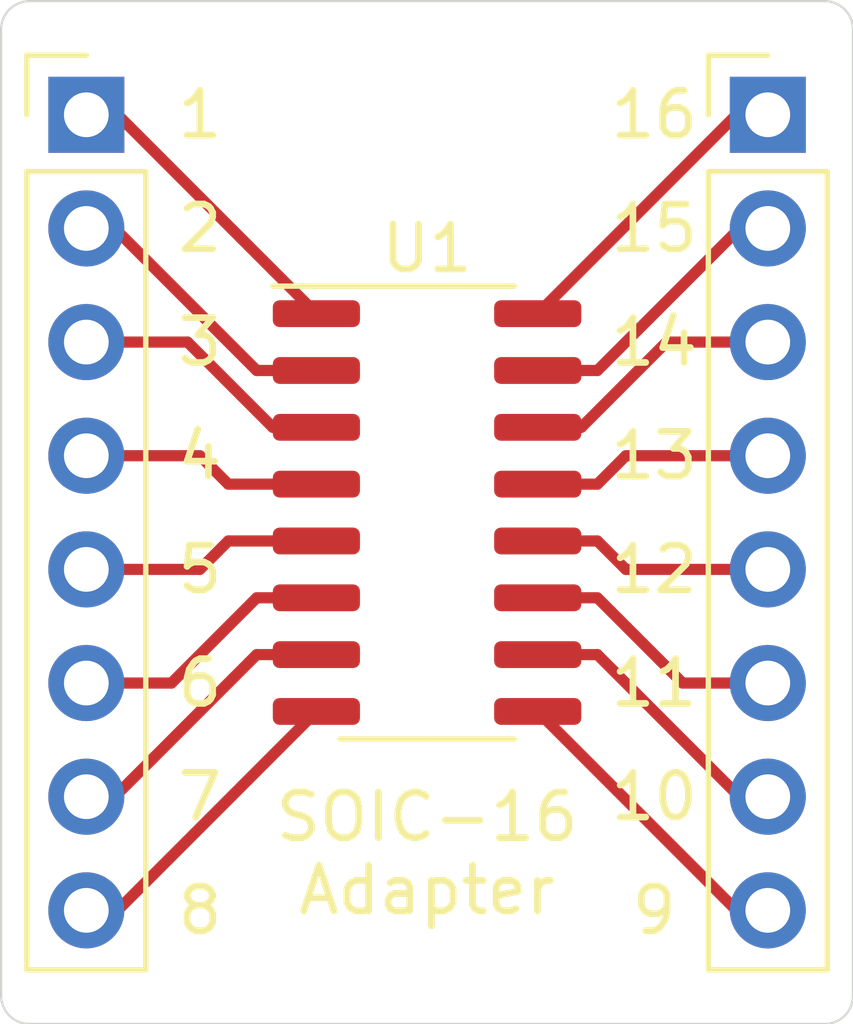
<source format=kicad_pcb>
(kicad_pcb (version 20171130) (host pcbnew "(5.1.9)-1")

  (general
    (thickness 1.6)
    (drawings 25)
    (tracks 45)
    (zones 0)
    (modules 3)
    (nets 17)
  )

  (page A4)
  (layers
    (0 F.Cu signal)
    (31 B.Cu signal)
    (32 B.Adhes user)
    (33 F.Adhes user)
    (34 B.Paste user)
    (35 F.Paste user)
    (36 B.SilkS user)
    (37 F.SilkS user)
    (38 B.Mask user)
    (39 F.Mask user)
    (40 Dwgs.User user)
    (41 Cmts.User user)
    (42 Eco1.User user)
    (43 Eco2.User user)
    (44 Edge.Cuts user)
    (45 Margin user)
    (46 B.CrtYd user)
    (47 F.CrtYd user)
    (48 B.Fab user)
    (49 F.Fab user hide)
  )

  (setup
    (last_trace_width 0.25)
    (trace_clearance 0.2)
    (zone_clearance 0.508)
    (zone_45_only no)
    (trace_min 0.2)
    (via_size 0.8)
    (via_drill 0.4)
    (via_min_size 0.4)
    (via_min_drill 0.3)
    (uvia_size 0.3)
    (uvia_drill 0.1)
    (uvias_allowed no)
    (uvia_min_size 0.2)
    (uvia_min_drill 0.1)
    (edge_width 0.05)
    (segment_width 0.2)
    (pcb_text_width 0.3)
    (pcb_text_size 1.5 1.5)
    (mod_edge_width 0.12)
    (mod_text_size 1 1)
    (mod_text_width 0.15)
    (pad_size 1.524 1.524)
    (pad_drill 0.762)
    (pad_to_mask_clearance 0)
    (aux_axis_origin 0 0)
    (visible_elements 7FFFFFFF)
    (pcbplotparams
      (layerselection 0x010fc_ffffffff)
      (usegerberextensions false)
      (usegerberattributes true)
      (usegerberadvancedattributes true)
      (creategerberjobfile true)
      (excludeedgelayer true)
      (linewidth 0.100000)
      (plotframeref false)
      (viasonmask false)
      (mode 1)
      (useauxorigin false)
      (hpglpennumber 1)
      (hpglpenspeed 20)
      (hpglpendiameter 15.000000)
      (psnegative false)
      (psa4output false)
      (plotreference true)
      (plotvalue true)
      (plotinvisibletext false)
      (padsonsilk false)
      (subtractmaskfromsilk false)
      (outputformat 1)
      (mirror false)
      (drillshape 0)
      (scaleselection 1)
      (outputdirectory "../v1 - Gerber Output/"))
  )

  (net 0 "")
  (net 1 "Net-(J1-Pad8)")
  (net 2 "Net-(J1-Pad7)")
  (net 3 "Net-(J1-Pad6)")
  (net 4 "Net-(J1-Pad5)")
  (net 5 "Net-(J1-Pad4)")
  (net 6 "Net-(J1-Pad3)")
  (net 7 "Net-(J1-Pad2)")
  (net 8 "Net-(J1-Pad1)")
  (net 9 "Net-(J2-Pad8)")
  (net 10 "Net-(J2-Pad7)")
  (net 11 "Net-(J2-Pad6)")
  (net 12 "Net-(J2-Pad5)")
  (net 13 "Net-(J2-Pad4)")
  (net 14 "Net-(J2-Pad3)")
  (net 15 "Net-(J2-Pad2)")
  (net 16 "Net-(J2-Pad1)")

  (net_class Default "This is the default net class."
    (clearance 0.2)
    (trace_width 0.25)
    (via_dia 0.8)
    (via_drill 0.4)
    (uvia_dia 0.3)
    (uvia_drill 0.1)
    (add_net "Net-(J1-Pad1)")
    (add_net "Net-(J1-Pad2)")
    (add_net "Net-(J1-Pad3)")
    (add_net "Net-(J1-Pad4)")
    (add_net "Net-(J1-Pad5)")
    (add_net "Net-(J1-Pad6)")
    (add_net "Net-(J1-Pad7)")
    (add_net "Net-(J1-Pad8)")
    (add_net "Net-(J2-Pad1)")
    (add_net "Net-(J2-Pad2)")
    (add_net "Net-(J2-Pad3)")
    (add_net "Net-(J2-Pad4)")
    (add_net "Net-(J2-Pad5)")
    (add_net "Net-(J2-Pad6)")
    (add_net "Net-(J2-Pad7)")
    (add_net "Net-(J2-Pad8)")
  )

  (module Package_SO:SOIC-16_3.9x9.9mm_P1.27mm (layer F.Cu) (tedit 5D9F72B1) (tstamp 614AFDBA)
    (at 134.62 69.85)
    (descr "SOIC, 16 Pin (JEDEC MS-012AC, https://www.analog.com/media/en/package-pcb-resources/package/pkg_pdf/soic_narrow-r/r_16.pdf), generated with kicad-footprint-generator ipc_gullwing_generator.py")
    (tags "SOIC SO")
    (path /614AACA0)
    (attr smd)
    (fp_text reference U1 (at 0 -5.9) (layer F.SilkS)
      (effects (font (size 1 1) (thickness 0.15)))
    )
    (fp_text value 16-Pin_Chip (at 0 5.9) (layer F.Fab)
      (effects (font (size 1 1) (thickness 0.15)))
    )
    (fp_line (start 3.7 -5.2) (end -3.7 -5.2) (layer F.CrtYd) (width 0.05))
    (fp_line (start 3.7 5.2) (end 3.7 -5.2) (layer F.CrtYd) (width 0.05))
    (fp_line (start -3.7 5.2) (end 3.7 5.2) (layer F.CrtYd) (width 0.05))
    (fp_line (start -3.7 -5.2) (end -3.7 5.2) (layer F.CrtYd) (width 0.05))
    (fp_line (start -1.95 -3.975) (end -0.975 -4.95) (layer F.Fab) (width 0.1))
    (fp_line (start -1.95 4.95) (end -1.95 -3.975) (layer F.Fab) (width 0.1))
    (fp_line (start 1.95 4.95) (end -1.95 4.95) (layer F.Fab) (width 0.1))
    (fp_line (start 1.95 -4.95) (end 1.95 4.95) (layer F.Fab) (width 0.1))
    (fp_line (start -0.975 -4.95) (end 1.95 -4.95) (layer F.Fab) (width 0.1))
    (fp_line (start 0 -5.06) (end -3.45 -5.06) (layer F.SilkS) (width 0.12))
    (fp_line (start 0 -5.06) (end 1.95 -5.06) (layer F.SilkS) (width 0.12))
    (fp_line (start 0 5.06) (end -1.95 5.06) (layer F.SilkS) (width 0.12))
    (fp_line (start 0 5.06) (end 1.95 5.06) (layer F.SilkS) (width 0.12))
    (fp_text user %R (at 0 0) (layer F.Fab)
      (effects (font (size 0.98 0.98) (thickness 0.15)))
    )
    (pad 16 smd roundrect (at 2.475 -4.445) (size 1.95 0.6) (layers F.Cu F.Paste F.Mask) (roundrect_rratio 0.25)
      (net 16 "Net-(J2-Pad1)"))
    (pad 15 smd roundrect (at 2.475 -3.175) (size 1.95 0.6) (layers F.Cu F.Paste F.Mask) (roundrect_rratio 0.25)
      (net 15 "Net-(J2-Pad2)"))
    (pad 14 smd roundrect (at 2.475 -1.905) (size 1.95 0.6) (layers F.Cu F.Paste F.Mask) (roundrect_rratio 0.25)
      (net 14 "Net-(J2-Pad3)"))
    (pad 13 smd roundrect (at 2.475 -0.635) (size 1.95 0.6) (layers F.Cu F.Paste F.Mask) (roundrect_rratio 0.25)
      (net 13 "Net-(J2-Pad4)"))
    (pad 12 smd roundrect (at 2.475 0.635) (size 1.95 0.6) (layers F.Cu F.Paste F.Mask) (roundrect_rratio 0.25)
      (net 12 "Net-(J2-Pad5)"))
    (pad 11 smd roundrect (at 2.475 1.905) (size 1.95 0.6) (layers F.Cu F.Paste F.Mask) (roundrect_rratio 0.25)
      (net 11 "Net-(J2-Pad6)"))
    (pad 10 smd roundrect (at 2.475 3.175) (size 1.95 0.6) (layers F.Cu F.Paste F.Mask) (roundrect_rratio 0.25)
      (net 10 "Net-(J2-Pad7)"))
    (pad 9 smd roundrect (at 2.475 4.445) (size 1.95 0.6) (layers F.Cu F.Paste F.Mask) (roundrect_rratio 0.25)
      (net 9 "Net-(J2-Pad8)"))
    (pad 8 smd roundrect (at -2.475 4.445) (size 1.95 0.6) (layers F.Cu F.Paste F.Mask) (roundrect_rratio 0.25)
      (net 1 "Net-(J1-Pad8)"))
    (pad 7 smd roundrect (at -2.475 3.175) (size 1.95 0.6) (layers F.Cu F.Paste F.Mask) (roundrect_rratio 0.25)
      (net 2 "Net-(J1-Pad7)"))
    (pad 6 smd roundrect (at -2.475 1.905) (size 1.95 0.6) (layers F.Cu F.Paste F.Mask) (roundrect_rratio 0.25)
      (net 3 "Net-(J1-Pad6)"))
    (pad 5 smd roundrect (at -2.475 0.635) (size 1.95 0.6) (layers F.Cu F.Paste F.Mask) (roundrect_rratio 0.25)
      (net 4 "Net-(J1-Pad5)"))
    (pad 4 smd roundrect (at -2.475 -0.635) (size 1.95 0.6) (layers F.Cu F.Paste F.Mask) (roundrect_rratio 0.25)
      (net 5 "Net-(J1-Pad4)"))
    (pad 3 smd roundrect (at -2.475 -1.905) (size 1.95 0.6) (layers F.Cu F.Paste F.Mask) (roundrect_rratio 0.25)
      (net 6 "Net-(J1-Pad3)"))
    (pad 2 smd roundrect (at -2.475 -3.175) (size 1.95 0.6) (layers F.Cu F.Paste F.Mask) (roundrect_rratio 0.25)
      (net 7 "Net-(J1-Pad2)"))
    (pad 1 smd roundrect (at -2.475 -4.445) (size 1.95 0.6) (layers F.Cu F.Paste F.Mask) (roundrect_rratio 0.25)
      (net 8 "Net-(J1-Pad1)"))
    (model ${KISYS3DMOD}/Package_SO.3dshapes/SOIC-16_3.9x9.9mm_P1.27mm.wrl
      (at (xyz 0 0 0))
      (scale (xyz 1 1 1))
      (rotate (xyz 0 0 0))
    )
  )

  (module Connector_PinHeader_2.54mm:PinHeader_1x08_P2.54mm_Vertical (layer F.Cu) (tedit 59FED5CC) (tstamp 614AFC3C)
    (at 142.24 60.96)
    (descr "Through hole straight pin header, 1x08, 2.54mm pitch, single row")
    (tags "Through hole pin header THT 1x08 2.54mm single row")
    (path /614AF375)
    (fp_text reference J2 (at 0 -2.33) (layer F.SilkS) hide
      (effects (font (size 1 1) (thickness 0.15)))
    )
    (fp_text value Conn_01x08 (at 6.985 17.78) (layer F.Fab)
      (effects (font (size 1 1) (thickness 0.15)))
    )
    (fp_line (start 1.8 -1.8) (end -1.8 -1.8) (layer F.CrtYd) (width 0.05))
    (fp_line (start 1.8 19.55) (end 1.8 -1.8) (layer F.CrtYd) (width 0.05))
    (fp_line (start -1.8 19.55) (end 1.8 19.55) (layer F.CrtYd) (width 0.05))
    (fp_line (start -1.8 -1.8) (end -1.8 19.55) (layer F.CrtYd) (width 0.05))
    (fp_line (start -1.33 -1.33) (end 0 -1.33) (layer F.SilkS) (width 0.12))
    (fp_line (start -1.33 0) (end -1.33 -1.33) (layer F.SilkS) (width 0.12))
    (fp_line (start -1.33 1.27) (end 1.33 1.27) (layer F.SilkS) (width 0.12))
    (fp_line (start 1.33 1.27) (end 1.33 19.11) (layer F.SilkS) (width 0.12))
    (fp_line (start -1.33 1.27) (end -1.33 19.11) (layer F.SilkS) (width 0.12))
    (fp_line (start -1.33 19.11) (end 1.33 19.11) (layer F.SilkS) (width 0.12))
    (fp_line (start -1.27 -0.635) (end -0.635 -1.27) (layer F.Fab) (width 0.1))
    (fp_line (start -1.27 19.05) (end -1.27 -0.635) (layer F.Fab) (width 0.1))
    (fp_line (start 1.27 19.05) (end -1.27 19.05) (layer F.Fab) (width 0.1))
    (fp_line (start 1.27 -1.27) (end 1.27 19.05) (layer F.Fab) (width 0.1))
    (fp_line (start -0.635 -1.27) (end 1.27 -1.27) (layer F.Fab) (width 0.1))
    (fp_text user %R (at 0 8.89 90) (layer F.Fab)
      (effects (font (size 1 1) (thickness 0.15)))
    )
    (pad 8 thru_hole oval (at 0 17.78) (size 1.7 1.7) (drill 1) (layers *.Cu *.Mask)
      (net 9 "Net-(J2-Pad8)"))
    (pad 7 thru_hole oval (at 0 15.24) (size 1.7 1.7) (drill 1) (layers *.Cu *.Mask)
      (net 10 "Net-(J2-Pad7)"))
    (pad 6 thru_hole oval (at 0 12.7) (size 1.7 1.7) (drill 1) (layers *.Cu *.Mask)
      (net 11 "Net-(J2-Pad6)"))
    (pad 5 thru_hole oval (at 0 10.16) (size 1.7 1.7) (drill 1) (layers *.Cu *.Mask)
      (net 12 "Net-(J2-Pad5)"))
    (pad 4 thru_hole oval (at 0 7.62) (size 1.7 1.7) (drill 1) (layers *.Cu *.Mask)
      (net 13 "Net-(J2-Pad4)"))
    (pad 3 thru_hole oval (at 0 5.08) (size 1.7 1.7) (drill 1) (layers *.Cu *.Mask)
      (net 14 "Net-(J2-Pad3)"))
    (pad 2 thru_hole oval (at 0 2.54) (size 1.7 1.7) (drill 1) (layers *.Cu *.Mask)
      (net 15 "Net-(J2-Pad2)"))
    (pad 1 thru_hole rect (at 0 0) (size 1.7 1.7) (drill 1) (layers *.Cu *.Mask)
      (net 16 "Net-(J2-Pad1)"))
    (model ${KISYS3DMOD}/Connector_PinHeader_2.54mm.3dshapes/PinHeader_1x08_P2.54mm_Vertical.wrl
      (at (xyz 0 0 0))
      (scale (xyz 1 1 1))
      (rotate (xyz 0 0 0))
    )
  )

  (module Connector_PinHeader_2.54mm:PinHeader_1x08_P2.54mm_Vertical (layer F.Cu) (tedit 59FED5CC) (tstamp 614AFCC4)
    (at 127 60.96)
    (descr "Through hole straight pin header, 1x08, 2.54mm pitch, single row")
    (tags "Through hole pin header THT 1x08 2.54mm single row")
    (path /614AC6A6)
    (fp_text reference J1 (at 0 -2.33) (layer F.SilkS) hide
      (effects (font (size 1 1) (thickness 0.15)))
    )
    (fp_text value Conn_01x08 (at -6.985 17.78) (layer F.Fab)
      (effects (font (size 1 1) (thickness 0.15)))
    )
    (fp_line (start 1.8 -1.8) (end -1.8 -1.8) (layer F.CrtYd) (width 0.05))
    (fp_line (start 1.8 19.55) (end 1.8 -1.8) (layer F.CrtYd) (width 0.05))
    (fp_line (start -1.8 19.55) (end 1.8 19.55) (layer F.CrtYd) (width 0.05))
    (fp_line (start -1.8 -1.8) (end -1.8 19.55) (layer F.CrtYd) (width 0.05))
    (fp_line (start -1.33 -1.33) (end 0 -1.33) (layer F.SilkS) (width 0.12))
    (fp_line (start -1.33 0) (end -1.33 -1.33) (layer F.SilkS) (width 0.12))
    (fp_line (start -1.33 1.27) (end 1.33 1.27) (layer F.SilkS) (width 0.12))
    (fp_line (start 1.33 1.27) (end 1.33 19.11) (layer F.SilkS) (width 0.12))
    (fp_line (start -1.33 1.27) (end -1.33 19.11) (layer F.SilkS) (width 0.12))
    (fp_line (start -1.33 19.11) (end 1.33 19.11) (layer F.SilkS) (width 0.12))
    (fp_line (start -1.27 -0.635) (end -0.635 -1.27) (layer F.Fab) (width 0.1))
    (fp_line (start -1.27 19.05) (end -1.27 -0.635) (layer F.Fab) (width 0.1))
    (fp_line (start 1.27 19.05) (end -1.27 19.05) (layer F.Fab) (width 0.1))
    (fp_line (start 1.27 -1.27) (end 1.27 19.05) (layer F.Fab) (width 0.1))
    (fp_line (start -0.635 -1.27) (end 1.27 -1.27) (layer F.Fab) (width 0.1))
    (fp_text user %R (at 0 8.89 90) (layer F.Fab)
      (effects (font (size 1 1) (thickness 0.15)))
    )
    (pad 8 thru_hole oval (at 0 17.78) (size 1.7 1.7) (drill 1) (layers *.Cu *.Mask)
      (net 1 "Net-(J1-Pad8)"))
    (pad 7 thru_hole oval (at 0 15.24) (size 1.7 1.7) (drill 1) (layers *.Cu *.Mask)
      (net 2 "Net-(J1-Pad7)"))
    (pad 6 thru_hole oval (at 0 12.7) (size 1.7 1.7) (drill 1) (layers *.Cu *.Mask)
      (net 3 "Net-(J1-Pad6)"))
    (pad 5 thru_hole oval (at 0 10.16) (size 1.7 1.7) (drill 1) (layers *.Cu *.Mask)
      (net 4 "Net-(J1-Pad5)"))
    (pad 4 thru_hole oval (at 0 7.62) (size 1.7 1.7) (drill 1) (layers *.Cu *.Mask)
      (net 5 "Net-(J1-Pad4)"))
    (pad 3 thru_hole oval (at 0 5.08) (size 1.7 1.7) (drill 1) (layers *.Cu *.Mask)
      (net 6 "Net-(J1-Pad3)"))
    (pad 2 thru_hole oval (at 0 2.54) (size 1.7 1.7) (drill 1) (layers *.Cu *.Mask)
      (net 7 "Net-(J1-Pad2)"))
    (pad 1 thru_hole rect (at 0 0) (size 1.7 1.7) (drill 1) (layers *.Cu *.Mask)
      (net 8 "Net-(J1-Pad1)"))
    (model ${KISYS3DMOD}/Connector_PinHeader_2.54mm.3dshapes/PinHeader_1x08_P2.54mm_Vertical.wrl
      (at (xyz 0 0 0))
      (scale (xyz 1 1 1))
      (rotate (xyz 0 0 0))
    )
  )

  (gr_text "SOIC-16\nAdapter" (at 134.62 77.47) (layer F.SilkS)
    (effects (font (size 1.016 1.016) (thickness 0.1524)))
  )
  (gr_line (start 143.51 81.28) (end 125.73 81.28) (layer Edge.Cuts) (width 0.05) (tstamp 614B00D5))
  (gr_arc (start 143.51 80.645) (end 143.51 81.28) (angle -90) (layer Edge.Cuts) (width 0.05))
  (gr_arc (start 125.73 80.645) (end 125.095 80.645) (angle -90) (layer Edge.Cuts) (width 0.05))
  (gr_arc (start 125.73 59.055) (end 125.73 58.42) (angle -90) (layer Edge.Cuts) (width 0.05))
  (gr_arc (start 143.51 59.055) (end 144.145 59.055) (angle -90) (layer Edge.Cuts) (width 0.05))
  (gr_text 16 (at 139.7 60.96) (layer F.SilkS)
    (effects (font (size 1 1) (thickness 0.15)))
  )
  (gr_text 15 (at 139.7 63.5) (layer F.SilkS)
    (effects (font (size 1 1) (thickness 0.15)))
  )
  (gr_text 14 (at 139.7 66.04) (layer F.SilkS)
    (effects (font (size 1 1) (thickness 0.15)))
  )
  (gr_text 13 (at 139.7 68.58) (layer F.SilkS)
    (effects (font (size 1 1) (thickness 0.15)))
  )
  (gr_text 12 (at 139.7 71.12) (layer F.SilkS)
    (effects (font (size 1 1) (thickness 0.15)))
  )
  (gr_text 11 (at 139.7 73.66) (layer F.SilkS)
    (effects (font (size 1 1) (thickness 0.15)))
  )
  (gr_text 10 (at 139.7 76.2) (layer F.SilkS)
    (effects (font (size 1 1) (thickness 0.15)))
  )
  (gr_text 9 (at 139.7 78.74) (layer F.SilkS)
    (effects (font (size 1 1) (thickness 0.15)))
  )
  (gr_text 8 (at 129.54 78.74) (layer F.SilkS)
    (effects (font (size 1 1) (thickness 0.15)))
  )
  (gr_text 7 (at 129.54 76.2) (layer F.SilkS)
    (effects (font (size 1 1) (thickness 0.15)))
  )
  (gr_text 6 (at 129.54 73.66) (layer F.SilkS)
    (effects (font (size 1 1) (thickness 0.15)))
  )
  (gr_text 5 (at 129.54 71.12) (layer F.SilkS)
    (effects (font (size 1 1) (thickness 0.15)))
  )
  (gr_text 4 (at 129.54 68.58) (layer F.SilkS)
    (effects (font (size 1 1) (thickness 0.15)))
  )
  (gr_text 3 (at 129.54 66.04) (layer F.SilkS)
    (effects (font (size 1 1) (thickness 0.15)))
  )
  (gr_text 2 (at 129.54 63.5) (layer F.SilkS)
    (effects (font (size 1 1) (thickness 0.15)))
  )
  (gr_text 1 (at 129.54 60.96) (layer F.SilkS)
    (effects (font (size 1 1) (thickness 0.15)))
  )
  (gr_line (start 125.095 80.645) (end 125.095 59.055) (layer Edge.Cuts) (width 0.05) (tstamp 614AFCFA))
  (gr_line (start 144.145 59.055) (end 144.145 80.645) (layer Edge.Cuts) (width 0.05))
  (gr_line (start 125.73 58.42) (end 143.51 58.42) (layer Edge.Cuts) (width 0.05))

  (segment (start 132.145 74.295) (end 127.7 78.74) (width 0.25) (layer F.Cu) (net 1))
  (segment (start 127.7 78.74) (end 127 78.74) (width 0.25) (layer F.Cu) (net 1))
  (segment (start 132.145 73.025) (end 131.17 73.025) (width 0.25) (layer F.Cu) (net 2))
  (segment (start 131.17 73.025) (end 130.81 73.025) (width 0.25) (layer F.Cu) (net 2))
  (segment (start 130.81 73.025) (end 127.635 76.2) (width 0.25) (layer F.Cu) (net 2))
  (segment (start 127.635 76.2) (end 127 76.2) (width 0.25) (layer F.Cu) (net 2))
  (segment (start 132.145 71.755) (end 130.81 71.755) (width 0.25) (layer F.Cu) (net 3))
  (segment (start 130.81 71.755) (end 128.905 73.66) (width 0.25) (layer F.Cu) (net 3))
  (segment (start 128.905 73.66) (end 127 73.66) (width 0.25) (layer F.Cu) (net 3))
  (segment (start 132.145 70.485) (end 130.175 70.485) (width 0.25) (layer F.Cu) (net 4))
  (segment (start 130.175 70.485) (end 129.54 71.12) (width 0.25) (layer F.Cu) (net 4))
  (segment (start 129.54 71.12) (end 127 71.12) (width 0.25) (layer F.Cu) (net 4))
  (segment (start 132.145 69.215) (end 130.175 69.215) (width 0.25) (layer F.Cu) (net 5))
  (segment (start 130.175 69.215) (end 129.54 68.58) (width 0.25) (layer F.Cu) (net 5))
  (segment (start 129.54 68.58) (end 127 68.58) (width 0.25) (layer F.Cu) (net 5))
  (segment (start 131.17 67.945) (end 129.265 66.04) (width 0.25) (layer F.Cu) (net 6))
  (segment (start 132.145 67.945) (end 131.17 67.945) (width 0.25) (layer F.Cu) (net 6))
  (segment (start 129.265 66.04) (end 127 66.04) (width 0.25) (layer F.Cu) (net 6))
  (segment (start 132.145 66.675) (end 130.81 66.675) (width 0.25) (layer F.Cu) (net 7))
  (segment (start 130.81 66.675) (end 127.635 63.5) (width 0.25) (layer F.Cu) (net 7))
  (segment (start 127.635 63.5) (end 127 63.5) (width 0.25) (layer F.Cu) (net 7))
  (segment (start 132.145 65.405) (end 127.7 60.96) (width 0.25) (layer F.Cu) (net 8))
  (segment (start 127.7 60.96) (end 127 60.96) (width 0.25) (layer F.Cu) (net 8))
  (segment (start 137.095 74.295) (end 141.54 78.74) (width 0.25) (layer F.Cu) (net 9))
  (segment (start 141.54 78.74) (end 142.24 78.74) (width 0.25) (layer F.Cu) (net 9))
  (segment (start 137.095 73.025) (end 138.43 73.025) (width 0.25) (layer F.Cu) (net 10))
  (segment (start 138.43 73.025) (end 141.605 76.2) (width 0.25) (layer F.Cu) (net 10))
  (segment (start 141.605 76.2) (end 142.24 76.2) (width 0.25) (layer F.Cu) (net 10))
  (segment (start 137.095 71.755) (end 138.43 71.755) (width 0.25) (layer F.Cu) (net 11))
  (segment (start 138.43 71.755) (end 140.335 73.66) (width 0.25) (layer F.Cu) (net 11))
  (segment (start 140.335 73.66) (end 142.24 73.66) (width 0.25) (layer F.Cu) (net 11))
  (segment (start 137.095 70.485) (end 138.43 70.485) (width 0.25) (layer F.Cu) (net 12))
  (segment (start 138.43 70.485) (end 139.065 71.12) (width 0.25) (layer F.Cu) (net 12))
  (segment (start 139.065 71.12) (end 142.24 71.12) (width 0.25) (layer F.Cu) (net 12))
  (segment (start 137.095 69.215) (end 138.43 69.215) (width 0.25) (layer F.Cu) (net 13))
  (segment (start 138.43 69.215) (end 139.065 68.58) (width 0.25) (layer F.Cu) (net 13))
  (segment (start 139.065 68.58) (end 142.24 68.58) (width 0.25) (layer F.Cu) (net 13))
  (segment (start 138.07 67.945) (end 139.975 66.04) (width 0.25) (layer F.Cu) (net 14))
  (segment (start 137.095 67.945) (end 138.07 67.945) (width 0.25) (layer F.Cu) (net 14))
  (segment (start 139.975 66.04) (end 142.24 66.04) (width 0.25) (layer F.Cu) (net 14))
  (segment (start 137.095 66.675) (end 138.43 66.675) (width 0.25) (layer F.Cu) (net 15))
  (segment (start 138.43 66.675) (end 141.605 63.5) (width 0.25) (layer F.Cu) (net 15))
  (segment (start 141.605 63.5) (end 142.24 63.5) (width 0.25) (layer F.Cu) (net 15))
  (segment (start 137.095 65.405) (end 141.54 60.96) (width 0.25) (layer F.Cu) (net 16))
  (segment (start 141.54 60.96) (end 142.24 60.96) (width 0.25) (layer F.Cu) (net 16))

)

</source>
